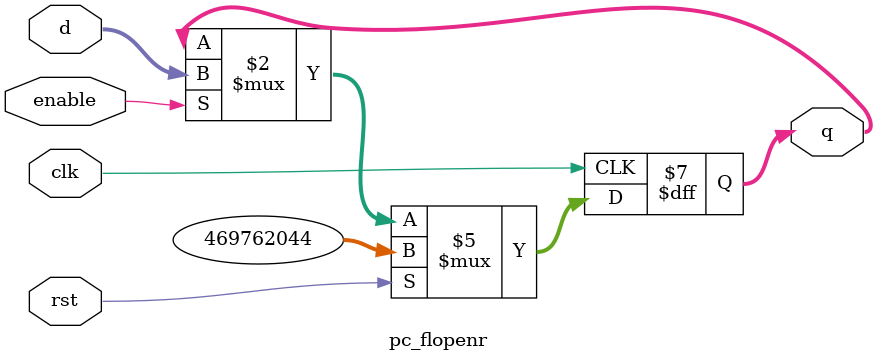
<source format=v>
`timescale 1ns / 1ps

module pc_flopenr #(
    parameter WIDTH = 32
) (
    input clk,
    input rst,
    input enable,

    input [WIDTH-1:0] d,
    output reg [WIDTH-1:0] q
);
  always @(posedge clk) begin
    if (rst) begin
      q <= 32'h1bfffffc;
    end else if (enable) begin
      q <= d;
    end
  end
endmodule

</source>
